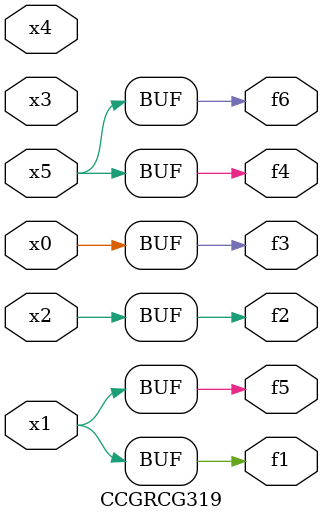
<source format=v>
module CCGRCG319(
	input x0, x1, x2, x3, x4, x5,
	output f1, f2, f3, f4, f5, f6
);
	assign f1 = x1;
	assign f2 = x2;
	assign f3 = x0;
	assign f4 = x5;
	assign f5 = x1;
	assign f6 = x5;
endmodule

</source>
